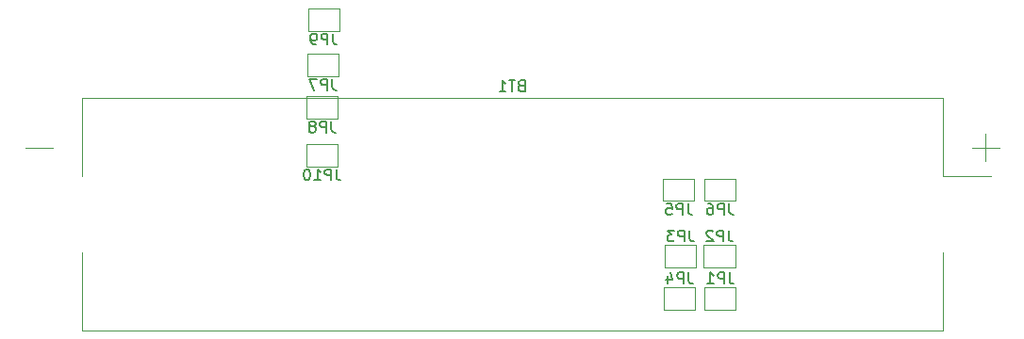
<source format=gbr>
%TF.GenerationSoftware,KiCad,Pcbnew,8.0.0*%
%TF.CreationDate,2024-06-26T14:25:48-05:00*%
%TF.ProjectId,CyberTastic,43796265-7254-4617-9374-69632e6b6963,rev?*%
%TF.SameCoordinates,Original*%
%TF.FileFunction,Legend,Bot*%
%TF.FilePolarity,Positive*%
%FSLAX46Y46*%
G04 Gerber Fmt 4.6, Leading zero omitted, Abs format (unit mm)*
G04 Created by KiCad (PCBNEW 8.0.0) date 2024-06-26 14:25:48*
%MOMM*%
%LPD*%
G01*
G04 APERTURE LIST*
%ADD10C,0.150000*%
%ADD11C,0.120000*%
G04 APERTURE END LIST*
D10*
X165133333Y-150254819D02*
X165133333Y-150969104D01*
X165133333Y-150969104D02*
X165180952Y-151111961D01*
X165180952Y-151111961D02*
X165276190Y-151207200D01*
X165276190Y-151207200D02*
X165419047Y-151254819D01*
X165419047Y-151254819D02*
X165514285Y-151254819D01*
X164657142Y-151254819D02*
X164657142Y-150254819D01*
X164657142Y-150254819D02*
X164276190Y-150254819D01*
X164276190Y-150254819D02*
X164180952Y-150302438D01*
X164180952Y-150302438D02*
X164133333Y-150350057D01*
X164133333Y-150350057D02*
X164085714Y-150445295D01*
X164085714Y-150445295D02*
X164085714Y-150588152D01*
X164085714Y-150588152D02*
X164133333Y-150683390D01*
X164133333Y-150683390D02*
X164180952Y-150731009D01*
X164180952Y-150731009D02*
X164276190Y-150778628D01*
X164276190Y-150778628D02*
X164657142Y-150778628D01*
X163228571Y-150588152D02*
X163228571Y-151254819D01*
X163466666Y-150207200D02*
X163704761Y-150921485D01*
X163704761Y-150921485D02*
X163085714Y-150921485D01*
X133133333Y-132854819D02*
X133133333Y-133569104D01*
X133133333Y-133569104D02*
X133180952Y-133711961D01*
X133180952Y-133711961D02*
X133276190Y-133807200D01*
X133276190Y-133807200D02*
X133419047Y-133854819D01*
X133419047Y-133854819D02*
X133514285Y-133854819D01*
X132657142Y-133854819D02*
X132657142Y-132854819D01*
X132657142Y-132854819D02*
X132276190Y-132854819D01*
X132276190Y-132854819D02*
X132180952Y-132902438D01*
X132180952Y-132902438D02*
X132133333Y-132950057D01*
X132133333Y-132950057D02*
X132085714Y-133045295D01*
X132085714Y-133045295D02*
X132085714Y-133188152D01*
X132085714Y-133188152D02*
X132133333Y-133283390D01*
X132133333Y-133283390D02*
X132180952Y-133331009D01*
X132180952Y-133331009D02*
X132276190Y-133378628D01*
X132276190Y-133378628D02*
X132657142Y-133378628D01*
X131752380Y-132854819D02*
X131085714Y-132854819D01*
X131085714Y-132854819D02*
X131514285Y-133854819D01*
X168733333Y-146454819D02*
X168733333Y-147169104D01*
X168733333Y-147169104D02*
X168780952Y-147311961D01*
X168780952Y-147311961D02*
X168876190Y-147407200D01*
X168876190Y-147407200D02*
X169019047Y-147454819D01*
X169019047Y-147454819D02*
X169114285Y-147454819D01*
X168257142Y-147454819D02*
X168257142Y-146454819D01*
X168257142Y-146454819D02*
X167876190Y-146454819D01*
X167876190Y-146454819D02*
X167780952Y-146502438D01*
X167780952Y-146502438D02*
X167733333Y-146550057D01*
X167733333Y-146550057D02*
X167685714Y-146645295D01*
X167685714Y-146645295D02*
X167685714Y-146788152D01*
X167685714Y-146788152D02*
X167733333Y-146883390D01*
X167733333Y-146883390D02*
X167780952Y-146931009D01*
X167780952Y-146931009D02*
X167876190Y-146978628D01*
X167876190Y-146978628D02*
X168257142Y-146978628D01*
X167304761Y-146550057D02*
X167257142Y-146502438D01*
X167257142Y-146502438D02*
X167161904Y-146454819D01*
X167161904Y-146454819D02*
X166923809Y-146454819D01*
X166923809Y-146454819D02*
X166828571Y-146502438D01*
X166828571Y-146502438D02*
X166780952Y-146550057D01*
X166780952Y-146550057D02*
X166733333Y-146645295D01*
X166733333Y-146645295D02*
X166733333Y-146740533D01*
X166733333Y-146740533D02*
X166780952Y-146883390D01*
X166780952Y-146883390D02*
X167352380Y-147454819D01*
X167352380Y-147454819D02*
X166733333Y-147454819D01*
X165208333Y-146454819D02*
X165208333Y-147169104D01*
X165208333Y-147169104D02*
X165255952Y-147311961D01*
X165255952Y-147311961D02*
X165351190Y-147407200D01*
X165351190Y-147407200D02*
X165494047Y-147454819D01*
X165494047Y-147454819D02*
X165589285Y-147454819D01*
X164732142Y-147454819D02*
X164732142Y-146454819D01*
X164732142Y-146454819D02*
X164351190Y-146454819D01*
X164351190Y-146454819D02*
X164255952Y-146502438D01*
X164255952Y-146502438D02*
X164208333Y-146550057D01*
X164208333Y-146550057D02*
X164160714Y-146645295D01*
X164160714Y-146645295D02*
X164160714Y-146788152D01*
X164160714Y-146788152D02*
X164208333Y-146883390D01*
X164208333Y-146883390D02*
X164255952Y-146931009D01*
X164255952Y-146931009D02*
X164351190Y-146978628D01*
X164351190Y-146978628D02*
X164732142Y-146978628D01*
X163827380Y-146454819D02*
X163208333Y-146454819D01*
X163208333Y-146454819D02*
X163541666Y-146835771D01*
X163541666Y-146835771D02*
X163398809Y-146835771D01*
X163398809Y-146835771D02*
X163303571Y-146883390D01*
X163303571Y-146883390D02*
X163255952Y-146931009D01*
X163255952Y-146931009D02*
X163208333Y-147026247D01*
X163208333Y-147026247D02*
X163208333Y-147264342D01*
X163208333Y-147264342D02*
X163255952Y-147359580D01*
X163255952Y-147359580D02*
X163303571Y-147407200D01*
X163303571Y-147407200D02*
X163398809Y-147454819D01*
X163398809Y-147454819D02*
X163684523Y-147454819D01*
X163684523Y-147454819D02*
X163779761Y-147407200D01*
X163779761Y-147407200D02*
X163827380Y-147359580D01*
X133509523Y-140954819D02*
X133509523Y-141669104D01*
X133509523Y-141669104D02*
X133557142Y-141811961D01*
X133557142Y-141811961D02*
X133652380Y-141907200D01*
X133652380Y-141907200D02*
X133795237Y-141954819D01*
X133795237Y-141954819D02*
X133890475Y-141954819D01*
X133033332Y-141954819D02*
X133033332Y-140954819D01*
X133033332Y-140954819D02*
X132652380Y-140954819D01*
X132652380Y-140954819D02*
X132557142Y-141002438D01*
X132557142Y-141002438D02*
X132509523Y-141050057D01*
X132509523Y-141050057D02*
X132461904Y-141145295D01*
X132461904Y-141145295D02*
X132461904Y-141288152D01*
X132461904Y-141288152D02*
X132509523Y-141383390D01*
X132509523Y-141383390D02*
X132557142Y-141431009D01*
X132557142Y-141431009D02*
X132652380Y-141478628D01*
X132652380Y-141478628D02*
X133033332Y-141478628D01*
X131509523Y-141954819D02*
X132080951Y-141954819D01*
X131795237Y-141954819D02*
X131795237Y-140954819D01*
X131795237Y-140954819D02*
X131890475Y-141097676D01*
X131890475Y-141097676D02*
X131985713Y-141192914D01*
X131985713Y-141192914D02*
X132080951Y-141240533D01*
X130890475Y-140954819D02*
X130795237Y-140954819D01*
X130795237Y-140954819D02*
X130699999Y-141002438D01*
X130699999Y-141002438D02*
X130652380Y-141050057D01*
X130652380Y-141050057D02*
X130604761Y-141145295D01*
X130604761Y-141145295D02*
X130557142Y-141335771D01*
X130557142Y-141335771D02*
X130557142Y-141573866D01*
X130557142Y-141573866D02*
X130604761Y-141764342D01*
X130604761Y-141764342D02*
X130652380Y-141859580D01*
X130652380Y-141859580D02*
X130699999Y-141907200D01*
X130699999Y-141907200D02*
X130795237Y-141954819D01*
X130795237Y-141954819D02*
X130890475Y-141954819D01*
X130890475Y-141954819D02*
X130985713Y-141907200D01*
X130985713Y-141907200D02*
X131033332Y-141859580D01*
X131033332Y-141859580D02*
X131080951Y-141764342D01*
X131080951Y-141764342D02*
X131128570Y-141573866D01*
X131128570Y-141573866D02*
X131128570Y-141335771D01*
X131128570Y-141335771D02*
X131080951Y-141145295D01*
X131080951Y-141145295D02*
X131033332Y-141050057D01*
X131033332Y-141050057D02*
X130985713Y-141002438D01*
X130985713Y-141002438D02*
X130890475Y-140954819D01*
X168758333Y-144054819D02*
X168758333Y-144769104D01*
X168758333Y-144769104D02*
X168805952Y-144911961D01*
X168805952Y-144911961D02*
X168901190Y-145007200D01*
X168901190Y-145007200D02*
X169044047Y-145054819D01*
X169044047Y-145054819D02*
X169139285Y-145054819D01*
X168282142Y-145054819D02*
X168282142Y-144054819D01*
X168282142Y-144054819D02*
X167901190Y-144054819D01*
X167901190Y-144054819D02*
X167805952Y-144102438D01*
X167805952Y-144102438D02*
X167758333Y-144150057D01*
X167758333Y-144150057D02*
X167710714Y-144245295D01*
X167710714Y-144245295D02*
X167710714Y-144388152D01*
X167710714Y-144388152D02*
X167758333Y-144483390D01*
X167758333Y-144483390D02*
X167805952Y-144531009D01*
X167805952Y-144531009D02*
X167901190Y-144578628D01*
X167901190Y-144578628D02*
X168282142Y-144578628D01*
X166853571Y-144054819D02*
X167044047Y-144054819D01*
X167044047Y-144054819D02*
X167139285Y-144102438D01*
X167139285Y-144102438D02*
X167186904Y-144150057D01*
X167186904Y-144150057D02*
X167282142Y-144292914D01*
X167282142Y-144292914D02*
X167329761Y-144483390D01*
X167329761Y-144483390D02*
X167329761Y-144864342D01*
X167329761Y-144864342D02*
X167282142Y-144959580D01*
X167282142Y-144959580D02*
X167234523Y-145007200D01*
X167234523Y-145007200D02*
X167139285Y-145054819D01*
X167139285Y-145054819D02*
X166948809Y-145054819D01*
X166948809Y-145054819D02*
X166853571Y-145007200D01*
X166853571Y-145007200D02*
X166805952Y-144959580D01*
X166805952Y-144959580D02*
X166758333Y-144864342D01*
X166758333Y-144864342D02*
X166758333Y-144626247D01*
X166758333Y-144626247D02*
X166805952Y-144531009D01*
X166805952Y-144531009D02*
X166853571Y-144483390D01*
X166853571Y-144483390D02*
X166948809Y-144435771D01*
X166948809Y-144435771D02*
X167139285Y-144435771D01*
X167139285Y-144435771D02*
X167234523Y-144483390D01*
X167234523Y-144483390D02*
X167282142Y-144531009D01*
X167282142Y-144531009D02*
X167329761Y-144626247D01*
X168808333Y-150254819D02*
X168808333Y-150969104D01*
X168808333Y-150969104D02*
X168855952Y-151111961D01*
X168855952Y-151111961D02*
X168951190Y-151207200D01*
X168951190Y-151207200D02*
X169094047Y-151254819D01*
X169094047Y-151254819D02*
X169189285Y-151254819D01*
X168332142Y-151254819D02*
X168332142Y-150254819D01*
X168332142Y-150254819D02*
X167951190Y-150254819D01*
X167951190Y-150254819D02*
X167855952Y-150302438D01*
X167855952Y-150302438D02*
X167808333Y-150350057D01*
X167808333Y-150350057D02*
X167760714Y-150445295D01*
X167760714Y-150445295D02*
X167760714Y-150588152D01*
X167760714Y-150588152D02*
X167808333Y-150683390D01*
X167808333Y-150683390D02*
X167855952Y-150731009D01*
X167855952Y-150731009D02*
X167951190Y-150778628D01*
X167951190Y-150778628D02*
X168332142Y-150778628D01*
X166808333Y-151254819D02*
X167379761Y-151254819D01*
X167094047Y-151254819D02*
X167094047Y-150254819D01*
X167094047Y-150254819D02*
X167189285Y-150397676D01*
X167189285Y-150397676D02*
X167284523Y-150492914D01*
X167284523Y-150492914D02*
X167379761Y-150540533D01*
X165083333Y-144054819D02*
X165083333Y-144769104D01*
X165083333Y-144769104D02*
X165130952Y-144911961D01*
X165130952Y-144911961D02*
X165226190Y-145007200D01*
X165226190Y-145007200D02*
X165369047Y-145054819D01*
X165369047Y-145054819D02*
X165464285Y-145054819D01*
X164607142Y-145054819D02*
X164607142Y-144054819D01*
X164607142Y-144054819D02*
X164226190Y-144054819D01*
X164226190Y-144054819D02*
X164130952Y-144102438D01*
X164130952Y-144102438D02*
X164083333Y-144150057D01*
X164083333Y-144150057D02*
X164035714Y-144245295D01*
X164035714Y-144245295D02*
X164035714Y-144388152D01*
X164035714Y-144388152D02*
X164083333Y-144483390D01*
X164083333Y-144483390D02*
X164130952Y-144531009D01*
X164130952Y-144531009D02*
X164226190Y-144578628D01*
X164226190Y-144578628D02*
X164607142Y-144578628D01*
X163130952Y-144054819D02*
X163607142Y-144054819D01*
X163607142Y-144054819D02*
X163654761Y-144531009D01*
X163654761Y-144531009D02*
X163607142Y-144483390D01*
X163607142Y-144483390D02*
X163511904Y-144435771D01*
X163511904Y-144435771D02*
X163273809Y-144435771D01*
X163273809Y-144435771D02*
X163178571Y-144483390D01*
X163178571Y-144483390D02*
X163130952Y-144531009D01*
X163130952Y-144531009D02*
X163083333Y-144626247D01*
X163083333Y-144626247D02*
X163083333Y-144864342D01*
X163083333Y-144864342D02*
X163130952Y-144959580D01*
X163130952Y-144959580D02*
X163178571Y-145007200D01*
X163178571Y-145007200D02*
X163273809Y-145054819D01*
X163273809Y-145054819D02*
X163511904Y-145054819D01*
X163511904Y-145054819D02*
X163607142Y-145007200D01*
X163607142Y-145007200D02*
X163654761Y-144959580D01*
X133183333Y-128754819D02*
X133183333Y-129469104D01*
X133183333Y-129469104D02*
X133230952Y-129611961D01*
X133230952Y-129611961D02*
X133326190Y-129707200D01*
X133326190Y-129707200D02*
X133469047Y-129754819D01*
X133469047Y-129754819D02*
X133564285Y-129754819D01*
X132707142Y-129754819D02*
X132707142Y-128754819D01*
X132707142Y-128754819D02*
X132326190Y-128754819D01*
X132326190Y-128754819D02*
X132230952Y-128802438D01*
X132230952Y-128802438D02*
X132183333Y-128850057D01*
X132183333Y-128850057D02*
X132135714Y-128945295D01*
X132135714Y-128945295D02*
X132135714Y-129088152D01*
X132135714Y-129088152D02*
X132183333Y-129183390D01*
X132183333Y-129183390D02*
X132230952Y-129231009D01*
X132230952Y-129231009D02*
X132326190Y-129278628D01*
X132326190Y-129278628D02*
X132707142Y-129278628D01*
X131659523Y-129754819D02*
X131469047Y-129754819D01*
X131469047Y-129754819D02*
X131373809Y-129707200D01*
X131373809Y-129707200D02*
X131326190Y-129659580D01*
X131326190Y-129659580D02*
X131230952Y-129516723D01*
X131230952Y-129516723D02*
X131183333Y-129326247D01*
X131183333Y-129326247D02*
X131183333Y-128945295D01*
X131183333Y-128945295D02*
X131230952Y-128850057D01*
X131230952Y-128850057D02*
X131278571Y-128802438D01*
X131278571Y-128802438D02*
X131373809Y-128754819D01*
X131373809Y-128754819D02*
X131564285Y-128754819D01*
X131564285Y-128754819D02*
X131659523Y-128802438D01*
X131659523Y-128802438D02*
X131707142Y-128850057D01*
X131707142Y-128850057D02*
X131754761Y-128945295D01*
X131754761Y-128945295D02*
X131754761Y-129183390D01*
X131754761Y-129183390D02*
X131707142Y-129278628D01*
X131707142Y-129278628D02*
X131659523Y-129326247D01*
X131659523Y-129326247D02*
X131564285Y-129373866D01*
X131564285Y-129373866D02*
X131373809Y-129373866D01*
X131373809Y-129373866D02*
X131278571Y-129326247D01*
X131278571Y-129326247D02*
X131230952Y-129278628D01*
X131230952Y-129278628D02*
X131183333Y-129183390D01*
X150085714Y-133431009D02*
X149942857Y-133478628D01*
X149942857Y-133478628D02*
X149895238Y-133526247D01*
X149895238Y-133526247D02*
X149847619Y-133621485D01*
X149847619Y-133621485D02*
X149847619Y-133764342D01*
X149847619Y-133764342D02*
X149895238Y-133859580D01*
X149895238Y-133859580D02*
X149942857Y-133907200D01*
X149942857Y-133907200D02*
X150038095Y-133954819D01*
X150038095Y-133954819D02*
X150419047Y-133954819D01*
X150419047Y-133954819D02*
X150419047Y-132954819D01*
X150419047Y-132954819D02*
X150085714Y-132954819D01*
X150085714Y-132954819D02*
X149990476Y-133002438D01*
X149990476Y-133002438D02*
X149942857Y-133050057D01*
X149942857Y-133050057D02*
X149895238Y-133145295D01*
X149895238Y-133145295D02*
X149895238Y-133240533D01*
X149895238Y-133240533D02*
X149942857Y-133335771D01*
X149942857Y-133335771D02*
X149990476Y-133383390D01*
X149990476Y-133383390D02*
X150085714Y-133431009D01*
X150085714Y-133431009D02*
X150419047Y-133431009D01*
X149561904Y-132954819D02*
X148990476Y-132954819D01*
X149276190Y-133954819D02*
X149276190Y-132954819D01*
X148133333Y-133954819D02*
X148704761Y-133954819D01*
X148419047Y-133954819D02*
X148419047Y-132954819D01*
X148419047Y-132954819D02*
X148514285Y-133097676D01*
X148514285Y-133097676D02*
X148609523Y-133192914D01*
X148609523Y-133192914D02*
X148704761Y-133240533D01*
X133058333Y-136654819D02*
X133058333Y-137369104D01*
X133058333Y-137369104D02*
X133105952Y-137511961D01*
X133105952Y-137511961D02*
X133201190Y-137607200D01*
X133201190Y-137607200D02*
X133344047Y-137654819D01*
X133344047Y-137654819D02*
X133439285Y-137654819D01*
X132582142Y-137654819D02*
X132582142Y-136654819D01*
X132582142Y-136654819D02*
X132201190Y-136654819D01*
X132201190Y-136654819D02*
X132105952Y-136702438D01*
X132105952Y-136702438D02*
X132058333Y-136750057D01*
X132058333Y-136750057D02*
X132010714Y-136845295D01*
X132010714Y-136845295D02*
X132010714Y-136988152D01*
X132010714Y-136988152D02*
X132058333Y-137083390D01*
X132058333Y-137083390D02*
X132105952Y-137131009D01*
X132105952Y-137131009D02*
X132201190Y-137178628D01*
X132201190Y-137178628D02*
X132582142Y-137178628D01*
X131439285Y-137083390D02*
X131534523Y-137035771D01*
X131534523Y-137035771D02*
X131582142Y-136988152D01*
X131582142Y-136988152D02*
X131629761Y-136892914D01*
X131629761Y-136892914D02*
X131629761Y-136845295D01*
X131629761Y-136845295D02*
X131582142Y-136750057D01*
X131582142Y-136750057D02*
X131534523Y-136702438D01*
X131534523Y-136702438D02*
X131439285Y-136654819D01*
X131439285Y-136654819D02*
X131248809Y-136654819D01*
X131248809Y-136654819D02*
X131153571Y-136702438D01*
X131153571Y-136702438D02*
X131105952Y-136750057D01*
X131105952Y-136750057D02*
X131058333Y-136845295D01*
X131058333Y-136845295D02*
X131058333Y-136892914D01*
X131058333Y-136892914D02*
X131105952Y-136988152D01*
X131105952Y-136988152D02*
X131153571Y-137035771D01*
X131153571Y-137035771D02*
X131248809Y-137083390D01*
X131248809Y-137083390D02*
X131439285Y-137083390D01*
X131439285Y-137083390D02*
X131534523Y-137131009D01*
X131534523Y-137131009D02*
X131582142Y-137178628D01*
X131582142Y-137178628D02*
X131629761Y-137273866D01*
X131629761Y-137273866D02*
X131629761Y-137464342D01*
X131629761Y-137464342D02*
X131582142Y-137559580D01*
X131582142Y-137559580D02*
X131534523Y-137607200D01*
X131534523Y-137607200D02*
X131439285Y-137654819D01*
X131439285Y-137654819D02*
X131248809Y-137654819D01*
X131248809Y-137654819D02*
X131153571Y-137607200D01*
X131153571Y-137607200D02*
X131105952Y-137559580D01*
X131105952Y-137559580D02*
X131058333Y-137464342D01*
X131058333Y-137464342D02*
X131058333Y-137273866D01*
X131058333Y-137273866D02*
X131105952Y-137178628D01*
X131105952Y-137178628D02*
X131153571Y-137131009D01*
X131153571Y-137131009D02*
X131248809Y-137083390D01*
D11*
%TO.C,JP4*%
X162900000Y-151600000D02*
X165700000Y-151600000D01*
X162900000Y-153600000D02*
X162900000Y-151600000D01*
X165700000Y-151600000D02*
X165700000Y-153600000D01*
X165700000Y-153600000D02*
X162900000Y-153600000D01*
%TO.C,JP7*%
X130900000Y-130600000D02*
X133700000Y-130600000D01*
X130900000Y-132600000D02*
X130900000Y-130600000D01*
X133700000Y-130600000D02*
X133700000Y-132600000D01*
X133700000Y-132600000D02*
X130900000Y-132600000D01*
%TO.C,JP2*%
X166500000Y-147800000D02*
X169300000Y-147800000D01*
X166500000Y-149800000D02*
X166500000Y-147800000D01*
X169300000Y-147800000D02*
X169300000Y-149800000D01*
X169300000Y-149800000D02*
X166500000Y-149800000D01*
%TO.C,JP3*%
X162975000Y-147800000D02*
X165775000Y-147800000D01*
X162975000Y-149800000D02*
X162975000Y-147800000D01*
X165775000Y-147800000D02*
X165775000Y-149800000D01*
X165775000Y-149800000D02*
X162975000Y-149800000D01*
%TO.C,JP10*%
X130800000Y-138700000D02*
X133600000Y-138700000D01*
X130800000Y-140700000D02*
X130800000Y-138700000D01*
X133600000Y-138700000D02*
X133600000Y-140700000D01*
X133600000Y-140700000D02*
X130800000Y-140700000D01*
%TO.C,JP6*%
X166525000Y-141800000D02*
X169325000Y-141800000D01*
X166525000Y-143800000D02*
X166525000Y-141800000D01*
X169325000Y-141800000D02*
X169325000Y-143800000D01*
X169325000Y-143800000D02*
X166525000Y-143800000D01*
%TO.C,JP1*%
X166575000Y-151600000D02*
X169375000Y-151600000D01*
X166575000Y-153600000D02*
X166575000Y-151600000D01*
X169375000Y-151600000D02*
X169375000Y-153600000D01*
X169375000Y-153600000D02*
X166575000Y-153600000D01*
%TO.C,JP5*%
X162850000Y-141800000D02*
X165650000Y-141800000D01*
X162850000Y-143800000D02*
X162850000Y-141800000D01*
X165650000Y-141800000D02*
X165650000Y-143800000D01*
X165650000Y-143800000D02*
X162850000Y-143800000D01*
%TO.C,JP9*%
X130950000Y-126500000D02*
X133750000Y-126500000D01*
X130950000Y-128500000D02*
X130950000Y-126500000D01*
X133750000Y-126500000D02*
X133750000Y-128500000D01*
X133750000Y-128500000D02*
X130950000Y-128500000D01*
%TO.C,BT1*%
X108050000Y-139000000D02*
X105550000Y-139000000D01*
X110660000Y-134580000D02*
X110660000Y-141560000D01*
X110660000Y-155440000D02*
X110660000Y-148440000D01*
X187940000Y-134560000D02*
X110660000Y-134560000D01*
X187940000Y-141560000D02*
X187940000Y-134560000D01*
X187940000Y-148440000D02*
X187940000Y-155440000D01*
X187940000Y-155440000D02*
X110660000Y-155440000D01*
X190550000Y-139000000D02*
X193050000Y-139000000D01*
X191800000Y-137750000D02*
X191800000Y-140250000D01*
X192300000Y-141560000D02*
X187940000Y-141560000D01*
%TO.C,JP8*%
X130825000Y-134400000D02*
X133625000Y-134400000D01*
X130825000Y-136400000D02*
X130825000Y-134400000D01*
X133625000Y-134400000D02*
X133625000Y-136400000D01*
X133625000Y-136400000D02*
X130825000Y-136400000D01*
%TD*%
M02*

</source>
